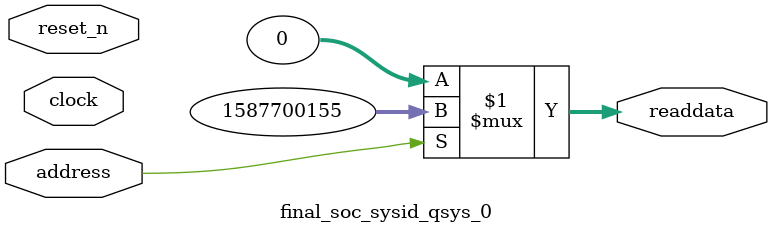
<source format=v>



// synthesis translate_off
`timescale 1ns / 1ps
// synthesis translate_on

// turn off superfluous verilog processor warnings 
// altera message_level Level1 
// altera message_off 10034 10035 10036 10037 10230 10240 10030 

module final_soc_sysid_qsys_0 (
               // inputs:
                address,
                clock,
                reset_n,

               // outputs:
                readdata
             )
;

  output  [ 31: 0] readdata;
  input            address;
  input            clock;
  input            reset_n;

  wire    [ 31: 0] readdata;
  //control_slave, which is an e_avalon_slave
  assign readdata = address ? 1587700155 : 0;

endmodule



</source>
